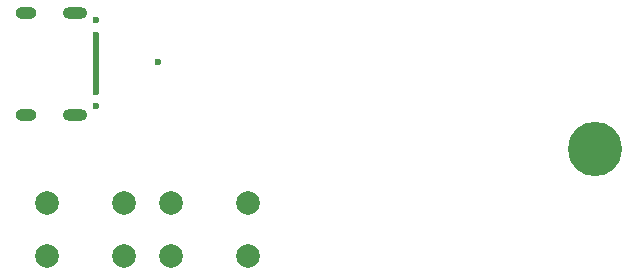
<source format=gbr>
%TF.GenerationSoftware,KiCad,Pcbnew,9.0.5*%
%TF.CreationDate,2025-10-31T02:29:56+01:00*%
%TF.ProjectId,ESP32S3UMCarrierBoard,45535033-3253-4335-954d-436172726965,rev?*%
%TF.SameCoordinates,Original*%
%TF.FileFunction,Copper,L2,Bot*%
%TF.FilePolarity,Positive*%
%FSLAX46Y46*%
G04 Gerber Fmt 4.6, Leading zero omitted, Abs format (unit mm)*
G04 Created by KiCad (PCBNEW 9.0.5) date 2025-10-31 02:29:56*
%MOMM*%
%LPD*%
G01*
G04 APERTURE LIST*
%TA.AperFunction,ComponentPad*%
%ADD10C,2.000000*%
%TD*%
%TA.AperFunction,ComponentPad*%
%ADD11C,4.600000*%
%TD*%
%TA.AperFunction,HeatsinkPad*%
%ADD12O,2.100000X1.000000*%
%TD*%
%TA.AperFunction,HeatsinkPad*%
%ADD13O,1.800000X1.000000*%
%TD*%
%TA.AperFunction,ViaPad*%
%ADD14C,0.600000*%
%TD*%
%TA.AperFunction,Conductor*%
%ADD15C,0.500000*%
%TD*%
G04 APERTURE END LIST*
D10*
%TO.P,SW1,1,1*%
%TO.N,GND*%
X10750000Y6250000D03*
X4250000Y6250000D03*
%TO.P,SW1,2,2*%
%TO.N,Net-(J1-IO0)*%
X10750000Y10750000D03*
X4250000Y10750000D03*
%TD*%
%TO.P,SW2,1,1*%
%TO.N,GND*%
X21250000Y6250000D03*
X14750000Y6250000D03*
%TO.P,SW2,2,2*%
%TO.N,Net-(J1-RESET)*%
X21250000Y10750000D03*
X14750000Y10750000D03*
%TD*%
D11*
%TO.P,J1,*%
%TO.N,*%
X50639999Y15299997D03*
%TD*%
D12*
%TO.P,J2,S1,SHIELD*%
%TO.N,GND*%
X6605000Y26820000D03*
D13*
X2425000Y26820000D03*
D12*
X6605000Y18180000D03*
D13*
X2425000Y18180000D03*
%TD*%
D14*
%TO.N,+VBUS*%
X8400000Y24900000D03*
X8400000Y20100000D03*
X13612373Y22624999D03*
%TO.N,GND*%
X8400000Y18900000D03*
X8400000Y26200000D03*
%TD*%
D15*
%TO.N,+VBUS*%
X8400000Y24900000D02*
X8400000Y20300000D01*
%TD*%
M02*

</source>
